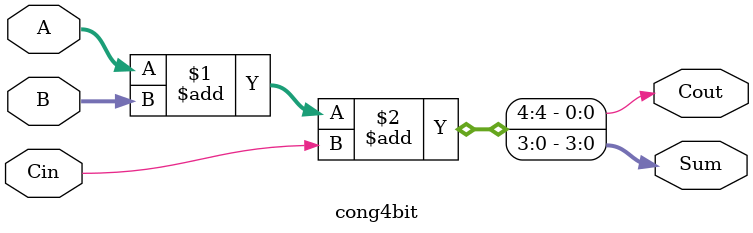
<source format=v>
`timescale 1ns / 1ps
module cong4bit(
    input [3:0] A,
    input [3:0] B,
    input  Cin,
    output Cout,
    output [3:0] Sum
    );
assign {Cout, Sum}=A+B+Cin;

endmodule

</source>
